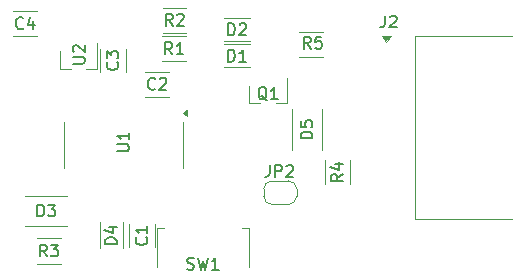
<source format=gbr>
%TF.GenerationSoftware,KiCad,Pcbnew,9.0.0*%
%TF.CreationDate,2025-04-18T15:14:14+05:30*%
%TF.ProjectId,FTDI-UPDI-CH340-Type-c-auto,46544449-2d55-4504-9449-2d4348333430,rev?*%
%TF.SameCoordinates,Original*%
%TF.FileFunction,Legend,Top*%
%TF.FilePolarity,Positive*%
%FSLAX46Y46*%
G04 Gerber Fmt 4.6, Leading zero omitted, Abs format (unit mm)*
G04 Created by KiCad (PCBNEW 9.0.0) date 2025-04-18 15:14:14*
%MOMM*%
%LPD*%
G01*
G04 APERTURE LIST*
%ADD10C,0.150000*%
%ADD11C,0.100000*%
%ADD12C,0.120000*%
G04 APERTURE END LIST*
D10*
X158015839Y-87084819D02*
X158015839Y-87799104D01*
X158015839Y-87799104D02*
X157968220Y-87941961D01*
X157968220Y-87941961D02*
X157872982Y-88037200D01*
X157872982Y-88037200D02*
X157730125Y-88084819D01*
X157730125Y-88084819D02*
X157634887Y-88084819D01*
X158444411Y-87180057D02*
X158492030Y-87132438D01*
X158492030Y-87132438D02*
X158587268Y-87084819D01*
X158587268Y-87084819D02*
X158825363Y-87084819D01*
X158825363Y-87084819D02*
X158920601Y-87132438D01*
X158920601Y-87132438D02*
X158968220Y-87180057D01*
X158968220Y-87180057D02*
X159015839Y-87275295D01*
X159015839Y-87275295D02*
X159015839Y-87370533D01*
X159015839Y-87370533D02*
X158968220Y-87513390D01*
X158968220Y-87513390D02*
X158396792Y-88084819D01*
X158396792Y-88084819D02*
X159015839Y-88084819D01*
X137809108Y-105864611D02*
X137856728Y-105912230D01*
X137856728Y-105912230D02*
X137904347Y-106055087D01*
X137904347Y-106055087D02*
X137904347Y-106150325D01*
X137904347Y-106150325D02*
X137856728Y-106293182D01*
X137856728Y-106293182D02*
X137761489Y-106388420D01*
X137761489Y-106388420D02*
X137666251Y-106436039D01*
X137666251Y-106436039D02*
X137475775Y-106483658D01*
X137475775Y-106483658D02*
X137332918Y-106483658D01*
X137332918Y-106483658D02*
X137142442Y-106436039D01*
X137142442Y-106436039D02*
X137047204Y-106388420D01*
X137047204Y-106388420D02*
X136951966Y-106293182D01*
X136951966Y-106293182D02*
X136904347Y-106150325D01*
X136904347Y-106150325D02*
X136904347Y-106055087D01*
X136904347Y-106055087D02*
X136951966Y-105912230D01*
X136951966Y-105912230D02*
X136999585Y-105864611D01*
X137904347Y-104912230D02*
X137904347Y-105483658D01*
X137904347Y-105197944D02*
X136904347Y-105197944D01*
X136904347Y-105197944D02*
X137047204Y-105293182D01*
X137047204Y-105293182D02*
X137142442Y-105388420D01*
X137142442Y-105388420D02*
X137190061Y-105483658D01*
X138569800Y-93258774D02*
X138522181Y-93306394D01*
X138522181Y-93306394D02*
X138379324Y-93354013D01*
X138379324Y-93354013D02*
X138284086Y-93354013D01*
X138284086Y-93354013D02*
X138141229Y-93306394D01*
X138141229Y-93306394D02*
X138045991Y-93211155D01*
X138045991Y-93211155D02*
X137998372Y-93115917D01*
X137998372Y-93115917D02*
X137950753Y-92925441D01*
X137950753Y-92925441D02*
X137950753Y-92782584D01*
X137950753Y-92782584D02*
X137998372Y-92592108D01*
X137998372Y-92592108D02*
X138045991Y-92496870D01*
X138045991Y-92496870D02*
X138141229Y-92401632D01*
X138141229Y-92401632D02*
X138284086Y-92354013D01*
X138284086Y-92354013D02*
X138379324Y-92354013D01*
X138379324Y-92354013D02*
X138522181Y-92401632D01*
X138522181Y-92401632D02*
X138569800Y-92449251D01*
X138950753Y-92449251D02*
X138998372Y-92401632D01*
X138998372Y-92401632D02*
X139093610Y-92354013D01*
X139093610Y-92354013D02*
X139331705Y-92354013D01*
X139331705Y-92354013D02*
X139426943Y-92401632D01*
X139426943Y-92401632D02*
X139474562Y-92449251D01*
X139474562Y-92449251D02*
X139522181Y-92544489D01*
X139522181Y-92544489D02*
X139522181Y-92639727D01*
X139522181Y-92639727D02*
X139474562Y-92782584D01*
X139474562Y-92782584D02*
X138903134Y-93354013D01*
X138903134Y-93354013D02*
X139522181Y-93354013D01*
X129392299Y-107474099D02*
X129058966Y-106997908D01*
X128820871Y-107474099D02*
X128820871Y-106474099D01*
X128820871Y-106474099D02*
X129201823Y-106474099D01*
X129201823Y-106474099D02*
X129297061Y-106521718D01*
X129297061Y-106521718D02*
X129344680Y-106569337D01*
X129344680Y-106569337D02*
X129392299Y-106664575D01*
X129392299Y-106664575D02*
X129392299Y-106807432D01*
X129392299Y-106807432D02*
X129344680Y-106902670D01*
X129344680Y-106902670D02*
X129297061Y-106950289D01*
X129297061Y-106950289D02*
X129201823Y-106997908D01*
X129201823Y-106997908D02*
X128820871Y-106997908D01*
X129725633Y-106474099D02*
X130344680Y-106474099D01*
X130344680Y-106474099D02*
X130011347Y-106855051D01*
X130011347Y-106855051D02*
X130154204Y-106855051D01*
X130154204Y-106855051D02*
X130249442Y-106902670D01*
X130249442Y-106902670D02*
X130297061Y-106950289D01*
X130297061Y-106950289D02*
X130344680Y-107045527D01*
X130344680Y-107045527D02*
X130344680Y-107283622D01*
X130344680Y-107283622D02*
X130297061Y-107378860D01*
X130297061Y-107378860D02*
X130249442Y-107426480D01*
X130249442Y-107426480D02*
X130154204Y-107474099D01*
X130154204Y-107474099D02*
X129868490Y-107474099D01*
X129868490Y-107474099D02*
X129773252Y-107426480D01*
X129773252Y-107426480D02*
X129725633Y-107378860D01*
X139997448Y-90344112D02*
X139664115Y-89867921D01*
X139426020Y-90344112D02*
X139426020Y-89344112D01*
X139426020Y-89344112D02*
X139806972Y-89344112D01*
X139806972Y-89344112D02*
X139902210Y-89391731D01*
X139902210Y-89391731D02*
X139949829Y-89439350D01*
X139949829Y-89439350D02*
X139997448Y-89534588D01*
X139997448Y-89534588D02*
X139997448Y-89677445D01*
X139997448Y-89677445D02*
X139949829Y-89772683D01*
X139949829Y-89772683D02*
X139902210Y-89820302D01*
X139902210Y-89820302D02*
X139806972Y-89867921D01*
X139806972Y-89867921D02*
X139426020Y-89867921D01*
X140949829Y-90344112D02*
X140378401Y-90344112D01*
X140664115Y-90344112D02*
X140664115Y-89344112D01*
X140664115Y-89344112D02*
X140568877Y-89486969D01*
X140568877Y-89486969D02*
X140473639Y-89582207D01*
X140473639Y-89582207D02*
X140378401Y-89629826D01*
X151878345Y-97485632D02*
X150878345Y-97485632D01*
X150878345Y-97485632D02*
X150878345Y-97247537D01*
X150878345Y-97247537D02*
X150925964Y-97104680D01*
X150925964Y-97104680D02*
X151021202Y-97009442D01*
X151021202Y-97009442D02*
X151116440Y-96961823D01*
X151116440Y-96961823D02*
X151306916Y-96914204D01*
X151306916Y-96914204D02*
X151449773Y-96914204D01*
X151449773Y-96914204D02*
X151640249Y-96961823D01*
X151640249Y-96961823D02*
X151735487Y-97009442D01*
X151735487Y-97009442D02*
X151830726Y-97104680D01*
X151830726Y-97104680D02*
X151878345Y-97247537D01*
X151878345Y-97247537D02*
X151878345Y-97485632D01*
X150878345Y-96009442D02*
X150878345Y-96485632D01*
X150878345Y-96485632D02*
X151354535Y-96533251D01*
X151354535Y-96533251D02*
X151306916Y-96485632D01*
X151306916Y-96485632D02*
X151259297Y-96390394D01*
X151259297Y-96390394D02*
X151259297Y-96152299D01*
X151259297Y-96152299D02*
X151306916Y-96057061D01*
X151306916Y-96057061D02*
X151354535Y-96009442D01*
X151354535Y-96009442D02*
X151449773Y-95961823D01*
X151449773Y-95961823D02*
X151687868Y-95961823D01*
X151687868Y-95961823D02*
X151783106Y-96009442D01*
X151783106Y-96009442D02*
X151830726Y-96057061D01*
X151830726Y-96057061D02*
X151878345Y-96152299D01*
X151878345Y-96152299D02*
X151878345Y-96390394D01*
X151878345Y-96390394D02*
X151830726Y-96485632D01*
X151830726Y-96485632D02*
X151783106Y-96533251D01*
X131598967Y-91150056D02*
X132408490Y-91150056D01*
X132408490Y-91150056D02*
X132503728Y-91102437D01*
X132503728Y-91102437D02*
X132551348Y-91054818D01*
X132551348Y-91054818D02*
X132598967Y-90959580D01*
X132598967Y-90959580D02*
X132598967Y-90769104D01*
X132598967Y-90769104D02*
X132551348Y-90673866D01*
X132551348Y-90673866D02*
X132503728Y-90626247D01*
X132503728Y-90626247D02*
X132408490Y-90578628D01*
X132408490Y-90578628D02*
X131598967Y-90578628D01*
X131694205Y-90150056D02*
X131646586Y-90102437D01*
X131646586Y-90102437D02*
X131598967Y-90007199D01*
X131598967Y-90007199D02*
X131598967Y-89769104D01*
X131598967Y-89769104D02*
X131646586Y-89673866D01*
X131646586Y-89673866D02*
X131694205Y-89626247D01*
X131694205Y-89626247D02*
X131789443Y-89578628D01*
X131789443Y-89578628D02*
X131884681Y-89578628D01*
X131884681Y-89578628D02*
X132027538Y-89626247D01*
X132027538Y-89626247D02*
X132598967Y-90197675D01*
X132598967Y-90197675D02*
X132598967Y-89578628D01*
X144741053Y-90971769D02*
X144741053Y-89971769D01*
X144741053Y-89971769D02*
X144979148Y-89971769D01*
X144979148Y-89971769D02*
X145122005Y-90019388D01*
X145122005Y-90019388D02*
X145217243Y-90114626D01*
X145217243Y-90114626D02*
X145264862Y-90209864D01*
X145264862Y-90209864D02*
X145312481Y-90400340D01*
X145312481Y-90400340D02*
X145312481Y-90543197D01*
X145312481Y-90543197D02*
X145264862Y-90733673D01*
X145264862Y-90733673D02*
X145217243Y-90828911D01*
X145217243Y-90828911D02*
X145122005Y-90924150D01*
X145122005Y-90924150D02*
X144979148Y-90971769D01*
X144979148Y-90971769D02*
X144741053Y-90971769D01*
X146264862Y-90971769D02*
X145693434Y-90971769D01*
X145979148Y-90971769D02*
X145979148Y-89971769D01*
X145979148Y-89971769D02*
X145883910Y-90114626D01*
X145883910Y-90114626D02*
X145788672Y-90209864D01*
X145788672Y-90209864D02*
X145693434Y-90257483D01*
X128596546Y-104087080D02*
X128596546Y-103087080D01*
X128596546Y-103087080D02*
X128834641Y-103087080D01*
X128834641Y-103087080D02*
X128977498Y-103134699D01*
X128977498Y-103134699D02*
X129072736Y-103229937D01*
X129072736Y-103229937D02*
X129120355Y-103325175D01*
X129120355Y-103325175D02*
X129167974Y-103515651D01*
X129167974Y-103515651D02*
X129167974Y-103658508D01*
X129167974Y-103658508D02*
X129120355Y-103848984D01*
X129120355Y-103848984D02*
X129072736Y-103944222D01*
X129072736Y-103944222D02*
X128977498Y-104039461D01*
X128977498Y-104039461D02*
X128834641Y-104087080D01*
X128834641Y-104087080D02*
X128596546Y-104087080D01*
X129501308Y-103087080D02*
X130120355Y-103087080D01*
X130120355Y-103087080D02*
X129787022Y-103468032D01*
X129787022Y-103468032D02*
X129929879Y-103468032D01*
X129929879Y-103468032D02*
X130025117Y-103515651D01*
X130025117Y-103515651D02*
X130072736Y-103563270D01*
X130072736Y-103563270D02*
X130120355Y-103658508D01*
X130120355Y-103658508D02*
X130120355Y-103896603D01*
X130120355Y-103896603D02*
X130072736Y-103991841D01*
X130072736Y-103991841D02*
X130025117Y-104039461D01*
X130025117Y-104039461D02*
X129929879Y-104087080D01*
X129929879Y-104087080D02*
X129644165Y-104087080D01*
X129644165Y-104087080D02*
X129548927Y-104039461D01*
X129548927Y-104039461D02*
X129501308Y-103991841D01*
X151721190Y-89877432D02*
X151387857Y-89401241D01*
X151149762Y-89877432D02*
X151149762Y-88877432D01*
X151149762Y-88877432D02*
X151530714Y-88877432D01*
X151530714Y-88877432D02*
X151625952Y-88925051D01*
X151625952Y-88925051D02*
X151673571Y-88972670D01*
X151673571Y-88972670D02*
X151721190Y-89067908D01*
X151721190Y-89067908D02*
X151721190Y-89210765D01*
X151721190Y-89210765D02*
X151673571Y-89306003D01*
X151673571Y-89306003D02*
X151625952Y-89353622D01*
X151625952Y-89353622D02*
X151530714Y-89401241D01*
X151530714Y-89401241D02*
X151149762Y-89401241D01*
X152625952Y-88877432D02*
X152149762Y-88877432D01*
X152149762Y-88877432D02*
X152102143Y-89353622D01*
X152102143Y-89353622D02*
X152149762Y-89306003D01*
X152149762Y-89306003D02*
X152245000Y-89258384D01*
X152245000Y-89258384D02*
X152483095Y-89258384D01*
X152483095Y-89258384D02*
X152578333Y-89306003D01*
X152578333Y-89306003D02*
X152625952Y-89353622D01*
X152625952Y-89353622D02*
X152673571Y-89448860D01*
X152673571Y-89448860D02*
X152673571Y-89686955D01*
X152673571Y-89686955D02*
X152625952Y-89782193D01*
X152625952Y-89782193D02*
X152578333Y-89829813D01*
X152578333Y-89829813D02*
X152483095Y-89877432D01*
X152483095Y-89877432D02*
X152245000Y-89877432D01*
X152245000Y-89877432D02*
X152149762Y-89829813D01*
X152149762Y-89829813D02*
X152102143Y-89782193D01*
X140041496Y-87921464D02*
X139708163Y-87445273D01*
X139470068Y-87921464D02*
X139470068Y-86921464D01*
X139470068Y-86921464D02*
X139851020Y-86921464D01*
X139851020Y-86921464D02*
X139946258Y-86969083D01*
X139946258Y-86969083D02*
X139993877Y-87016702D01*
X139993877Y-87016702D02*
X140041496Y-87111940D01*
X140041496Y-87111940D02*
X140041496Y-87254797D01*
X140041496Y-87254797D02*
X139993877Y-87350035D01*
X139993877Y-87350035D02*
X139946258Y-87397654D01*
X139946258Y-87397654D02*
X139851020Y-87445273D01*
X139851020Y-87445273D02*
X139470068Y-87445273D01*
X140422449Y-87016702D02*
X140470068Y-86969083D01*
X140470068Y-86969083D02*
X140565306Y-86921464D01*
X140565306Y-86921464D02*
X140803401Y-86921464D01*
X140803401Y-86921464D02*
X140898639Y-86969083D01*
X140898639Y-86969083D02*
X140946258Y-87016702D01*
X140946258Y-87016702D02*
X140993877Y-87111940D01*
X140993877Y-87111940D02*
X140993877Y-87207178D01*
X140993877Y-87207178D02*
X140946258Y-87350035D01*
X140946258Y-87350035D02*
X140374830Y-87921464D01*
X140374830Y-87921464D02*
X140993877Y-87921464D01*
X141264469Y-108531711D02*
X141407326Y-108579330D01*
X141407326Y-108579330D02*
X141645421Y-108579330D01*
X141645421Y-108579330D02*
X141740659Y-108531711D01*
X141740659Y-108531711D02*
X141788278Y-108484091D01*
X141788278Y-108484091D02*
X141835897Y-108388853D01*
X141835897Y-108388853D02*
X141835897Y-108293615D01*
X141835897Y-108293615D02*
X141788278Y-108198377D01*
X141788278Y-108198377D02*
X141740659Y-108150758D01*
X141740659Y-108150758D02*
X141645421Y-108103139D01*
X141645421Y-108103139D02*
X141454945Y-108055520D01*
X141454945Y-108055520D02*
X141359707Y-108007901D01*
X141359707Y-108007901D02*
X141312088Y-107960282D01*
X141312088Y-107960282D02*
X141264469Y-107865044D01*
X141264469Y-107865044D02*
X141264469Y-107769806D01*
X141264469Y-107769806D02*
X141312088Y-107674568D01*
X141312088Y-107674568D02*
X141359707Y-107626949D01*
X141359707Y-107626949D02*
X141454945Y-107579330D01*
X141454945Y-107579330D02*
X141693040Y-107579330D01*
X141693040Y-107579330D02*
X141835897Y-107626949D01*
X142169231Y-107579330D02*
X142407326Y-108579330D01*
X142407326Y-108579330D02*
X142597802Y-107865044D01*
X142597802Y-107865044D02*
X142788278Y-108579330D01*
X142788278Y-108579330D02*
X143026374Y-107579330D01*
X143931135Y-108579330D02*
X143359707Y-108579330D01*
X143645421Y-108579330D02*
X143645421Y-107579330D01*
X143645421Y-107579330D02*
X143550183Y-107722187D01*
X143550183Y-107722187D02*
X143454945Y-107817425D01*
X143454945Y-107817425D02*
X143359707Y-107865044D01*
X127378367Y-88134507D02*
X127330748Y-88182127D01*
X127330748Y-88182127D02*
X127187891Y-88229746D01*
X127187891Y-88229746D02*
X127092653Y-88229746D01*
X127092653Y-88229746D02*
X126949796Y-88182127D01*
X126949796Y-88182127D02*
X126854558Y-88086888D01*
X126854558Y-88086888D02*
X126806939Y-87991650D01*
X126806939Y-87991650D02*
X126759320Y-87801174D01*
X126759320Y-87801174D02*
X126759320Y-87658317D01*
X126759320Y-87658317D02*
X126806939Y-87467841D01*
X126806939Y-87467841D02*
X126854558Y-87372603D01*
X126854558Y-87372603D02*
X126949796Y-87277365D01*
X126949796Y-87277365D02*
X127092653Y-87229746D01*
X127092653Y-87229746D02*
X127187891Y-87229746D01*
X127187891Y-87229746D02*
X127330748Y-87277365D01*
X127330748Y-87277365D02*
X127378367Y-87324984D01*
X128235510Y-87563079D02*
X128235510Y-88229746D01*
X127997415Y-87182127D02*
X127759320Y-87896412D01*
X127759320Y-87896412D02*
X128378367Y-87896412D01*
X135299123Y-106436039D02*
X134299123Y-106436039D01*
X134299123Y-106436039D02*
X134299123Y-106197944D01*
X134299123Y-106197944D02*
X134346742Y-106055087D01*
X134346742Y-106055087D02*
X134441980Y-105959849D01*
X134441980Y-105959849D02*
X134537218Y-105912230D01*
X134537218Y-105912230D02*
X134727694Y-105864611D01*
X134727694Y-105864611D02*
X134870551Y-105864611D01*
X134870551Y-105864611D02*
X135061027Y-105912230D01*
X135061027Y-105912230D02*
X135156265Y-105959849D01*
X135156265Y-105959849D02*
X135251504Y-106055087D01*
X135251504Y-106055087D02*
X135299123Y-106197944D01*
X135299123Y-106197944D02*
X135299123Y-106436039D01*
X134632456Y-105007468D02*
X135299123Y-105007468D01*
X134251504Y-105245563D02*
X134965789Y-105483658D01*
X134965789Y-105483658D02*
X134965789Y-104864611D01*
X154430541Y-100494160D02*
X153954350Y-100827493D01*
X154430541Y-101065588D02*
X153430541Y-101065588D01*
X153430541Y-101065588D02*
X153430541Y-100684636D01*
X153430541Y-100684636D02*
X153478160Y-100589398D01*
X153478160Y-100589398D02*
X153525779Y-100541779D01*
X153525779Y-100541779D02*
X153621017Y-100494160D01*
X153621017Y-100494160D02*
X153763874Y-100494160D01*
X153763874Y-100494160D02*
X153859112Y-100541779D01*
X153859112Y-100541779D02*
X153906731Y-100589398D01*
X153906731Y-100589398D02*
X153954350Y-100684636D01*
X153954350Y-100684636D02*
X153954350Y-101065588D01*
X153763874Y-99637017D02*
X154430541Y-99637017D01*
X153382922Y-99875112D02*
X154097207Y-100113207D01*
X154097207Y-100113207D02*
X154097207Y-99494160D01*
X135344819Y-98557509D02*
X136154342Y-98557509D01*
X136154342Y-98557509D02*
X136249580Y-98509890D01*
X136249580Y-98509890D02*
X136297200Y-98462271D01*
X136297200Y-98462271D02*
X136344819Y-98367033D01*
X136344819Y-98367033D02*
X136344819Y-98176557D01*
X136344819Y-98176557D02*
X136297200Y-98081319D01*
X136297200Y-98081319D02*
X136249580Y-98033700D01*
X136249580Y-98033700D02*
X136154342Y-97986081D01*
X136154342Y-97986081D02*
X135344819Y-97986081D01*
X136344819Y-96986081D02*
X136344819Y-97557509D01*
X136344819Y-97271795D02*
X135344819Y-97271795D01*
X135344819Y-97271795D02*
X135487676Y-97367033D01*
X135487676Y-97367033D02*
X135582914Y-97462271D01*
X135582914Y-97462271D02*
X135630533Y-97557509D01*
X148251336Y-99725180D02*
X148251336Y-100439465D01*
X148251336Y-100439465D02*
X148203717Y-100582322D01*
X148203717Y-100582322D02*
X148108479Y-100677561D01*
X148108479Y-100677561D02*
X147965622Y-100725180D01*
X147965622Y-100725180D02*
X147870384Y-100725180D01*
X148727527Y-100725180D02*
X148727527Y-99725180D01*
X148727527Y-99725180D02*
X149108479Y-99725180D01*
X149108479Y-99725180D02*
X149203717Y-99772799D01*
X149203717Y-99772799D02*
X149251336Y-99820418D01*
X149251336Y-99820418D02*
X149298955Y-99915656D01*
X149298955Y-99915656D02*
X149298955Y-100058513D01*
X149298955Y-100058513D02*
X149251336Y-100153751D01*
X149251336Y-100153751D02*
X149203717Y-100201370D01*
X149203717Y-100201370D02*
X149108479Y-100248989D01*
X149108479Y-100248989D02*
X148727527Y-100248989D01*
X149679908Y-99820418D02*
X149727527Y-99772799D01*
X149727527Y-99772799D02*
X149822765Y-99725180D01*
X149822765Y-99725180D02*
X150060860Y-99725180D01*
X150060860Y-99725180D02*
X150156098Y-99772799D01*
X150156098Y-99772799D02*
X150203717Y-99820418D01*
X150203717Y-99820418D02*
X150251336Y-99915656D01*
X150251336Y-99915656D02*
X150251336Y-100010894D01*
X150251336Y-100010894D02*
X150203717Y-100153751D01*
X150203717Y-100153751D02*
X149632289Y-100725180D01*
X149632289Y-100725180D02*
X150251336Y-100725180D01*
X135355927Y-91039536D02*
X135403547Y-91087155D01*
X135403547Y-91087155D02*
X135451166Y-91230012D01*
X135451166Y-91230012D02*
X135451166Y-91325250D01*
X135451166Y-91325250D02*
X135403547Y-91468107D01*
X135403547Y-91468107D02*
X135308308Y-91563345D01*
X135308308Y-91563345D02*
X135213070Y-91610964D01*
X135213070Y-91610964D02*
X135022594Y-91658583D01*
X135022594Y-91658583D02*
X134879737Y-91658583D01*
X134879737Y-91658583D02*
X134689261Y-91610964D01*
X134689261Y-91610964D02*
X134594023Y-91563345D01*
X134594023Y-91563345D02*
X134498785Y-91468107D01*
X134498785Y-91468107D02*
X134451166Y-91325250D01*
X134451166Y-91325250D02*
X134451166Y-91230012D01*
X134451166Y-91230012D02*
X134498785Y-91087155D01*
X134498785Y-91087155D02*
X134546404Y-91039536D01*
X134451166Y-90706202D02*
X134451166Y-90087155D01*
X134451166Y-90087155D02*
X134832118Y-90420488D01*
X134832118Y-90420488D02*
X134832118Y-90277631D01*
X134832118Y-90277631D02*
X134879737Y-90182393D01*
X134879737Y-90182393D02*
X134927356Y-90134774D01*
X134927356Y-90134774D02*
X135022594Y-90087155D01*
X135022594Y-90087155D02*
X135260689Y-90087155D01*
X135260689Y-90087155D02*
X135355927Y-90134774D01*
X135355927Y-90134774D02*
X135403547Y-90182393D01*
X135403547Y-90182393D02*
X135451166Y-90277631D01*
X135451166Y-90277631D02*
X135451166Y-90563345D01*
X135451166Y-90563345D02*
X135403547Y-90658583D01*
X135403547Y-90658583D02*
X135355927Y-90706202D01*
X144755516Y-88740106D02*
X144755516Y-87740106D01*
X144755516Y-87740106D02*
X144993611Y-87740106D01*
X144993611Y-87740106D02*
X145136468Y-87787725D01*
X145136468Y-87787725D02*
X145231706Y-87882963D01*
X145231706Y-87882963D02*
X145279325Y-87978201D01*
X145279325Y-87978201D02*
X145326944Y-88168677D01*
X145326944Y-88168677D02*
X145326944Y-88311534D01*
X145326944Y-88311534D02*
X145279325Y-88502010D01*
X145279325Y-88502010D02*
X145231706Y-88597248D01*
X145231706Y-88597248D02*
X145136468Y-88692487D01*
X145136468Y-88692487D02*
X144993611Y-88740106D01*
X144993611Y-88740106D02*
X144755516Y-88740106D01*
X145707897Y-87835344D02*
X145755516Y-87787725D01*
X145755516Y-87787725D02*
X145850754Y-87740106D01*
X145850754Y-87740106D02*
X146088849Y-87740106D01*
X146088849Y-87740106D02*
X146184087Y-87787725D01*
X146184087Y-87787725D02*
X146231706Y-87835344D01*
X146231706Y-87835344D02*
X146279325Y-87930582D01*
X146279325Y-87930582D02*
X146279325Y-88025820D01*
X146279325Y-88025820D02*
X146231706Y-88168677D01*
X146231706Y-88168677D02*
X145660278Y-88740106D01*
X145660278Y-88740106D02*
X146279325Y-88740106D01*
X148035510Y-94251675D02*
X147940272Y-94204056D01*
X147940272Y-94204056D02*
X147845034Y-94108818D01*
X147845034Y-94108818D02*
X147702177Y-93965960D01*
X147702177Y-93965960D02*
X147606939Y-93918341D01*
X147606939Y-93918341D02*
X147511701Y-93918341D01*
X147559320Y-94156437D02*
X147464082Y-94108818D01*
X147464082Y-94108818D02*
X147368844Y-94013579D01*
X147368844Y-94013579D02*
X147321225Y-93823103D01*
X147321225Y-93823103D02*
X147321225Y-93489770D01*
X147321225Y-93489770D02*
X147368844Y-93299294D01*
X147368844Y-93299294D02*
X147464082Y-93204056D01*
X147464082Y-93204056D02*
X147559320Y-93156437D01*
X147559320Y-93156437D02*
X147749796Y-93156437D01*
X147749796Y-93156437D02*
X147845034Y-93204056D01*
X147845034Y-93204056D02*
X147940272Y-93299294D01*
X147940272Y-93299294D02*
X147987891Y-93489770D01*
X147987891Y-93489770D02*
X147987891Y-93823103D01*
X147987891Y-93823103D02*
X147940272Y-94013579D01*
X147940272Y-94013579D02*
X147845034Y-94108818D01*
X147845034Y-94108818D02*
X147749796Y-94156437D01*
X147749796Y-94156437D02*
X147559320Y-94156437D01*
X148940272Y-94156437D02*
X148368844Y-94156437D01*
X148654558Y-94156437D02*
X148654558Y-93156437D01*
X148654558Y-93156437D02*
X148559320Y-93299294D01*
X148559320Y-93299294D02*
X148464082Y-93394532D01*
X148464082Y-93394532D02*
X148368844Y-93442151D01*
D11*
%TO.C,J2*%
X160528000Y-88773000D02*
X160528000Y-104267000D01*
X160528000Y-104267000D02*
X168783000Y-104267000D01*
X168783000Y-88773000D02*
X160528000Y-88773000D01*
X158115000Y-89281000D02*
X157734000Y-88773000D01*
X158496000Y-88773000D01*
X158115000Y-89281000D01*
G36*
X158115000Y-89281000D02*
G01*
X157734000Y-88773000D01*
X158496000Y-88773000D01*
X158115000Y-89281000D01*
G37*
D12*
%TO.C,C1*%
X136379528Y-106697945D02*
X136379528Y-104697945D01*
X138519528Y-104697945D02*
X138519528Y-106697945D01*
%TO.C,C2*%
X137736467Y-91829194D02*
X139736467Y-91829194D01*
X139736467Y-93969194D02*
X137736467Y-93969194D01*
%TO.C,R3*%
X128558966Y-105949280D02*
X130558966Y-105949280D01*
X130558966Y-108089280D02*
X128558966Y-108089280D01*
%TO.C,R1*%
X139164115Y-88819293D02*
X141164115Y-88819293D01*
X141164115Y-90959293D02*
X139164115Y-90959293D01*
%TO.C,D5*%
X150173526Y-94997538D02*
X150173526Y-98497538D01*
X152673526Y-94997538D02*
X152673526Y-98497538D01*
%TO.C,U2*%
X130467631Y-91570605D02*
X130467631Y-90110605D01*
X130467631Y-91570605D02*
X131397631Y-91570605D01*
X133627631Y-91570605D02*
X132697631Y-91570605D01*
X133627631Y-91570605D02*
X133627631Y-89410605D01*
%TO.C,D1*%
X146579148Y-89516950D02*
X144379148Y-89516950D01*
X146579148Y-91466950D02*
X144379148Y-91466950D01*
%TO.C,D3*%
X131084641Y-102382261D02*
X127584641Y-102382261D01*
X131084641Y-104882261D02*
X127584641Y-104882261D01*
%TO.C,R5*%
X150765000Y-88465000D02*
X152765000Y-88465000D01*
X152765000Y-90605000D02*
X150765000Y-90605000D01*
%TO.C,R2*%
X139208163Y-86396645D02*
X141208163Y-86396645D01*
X141208163Y-88536645D02*
X139208163Y-88536645D01*
%TO.C,SW1*%
X138697802Y-105054511D02*
X138697802Y-108354511D01*
X138697802Y-105054511D02*
X139297802Y-105054511D01*
X146497802Y-105054511D02*
X145897802Y-105054511D01*
X146497802Y-108354511D02*
X146497802Y-105054511D01*
%TO.C,C4*%
X126545034Y-86704927D02*
X128545034Y-86704927D01*
X128545034Y-88844927D02*
X126545034Y-88844927D01*
%TO.C,D4*%
X133894304Y-106797945D02*
X133894304Y-104597945D01*
X135844304Y-106797945D02*
X135844304Y-104597945D01*
%TO.C,R4*%
X152905722Y-101327494D02*
X152905722Y-99327494D01*
X155045722Y-99327494D02*
X155045722Y-101327494D01*
%TO.C,U1*%
X130830000Y-98020001D02*
X130830000Y-96070001D01*
X130830000Y-98020001D02*
X130830000Y-99970001D01*
X140950000Y-98020001D02*
X140950000Y-96070001D01*
X140950000Y-98020001D02*
X140950000Y-99970001D01*
X141225000Y-95560001D02*
X140895000Y-95320001D01*
X141225000Y-95080001D01*
X141225000Y-95560001D01*
G36*
X141225000Y-95560001D02*
G01*
X140895000Y-95320001D01*
X141225000Y-95080001D01*
X141225000Y-95560001D01*
G37*
%TO.C,JP2*%
X147748818Y-102370361D02*
X147748818Y-101770361D01*
X148448818Y-101070361D02*
X149848818Y-101070361D01*
X149848818Y-103070361D02*
X148448818Y-103070361D01*
X150548818Y-101770361D02*
X150548818Y-102370361D01*
X147748818Y-101770361D02*
G75*
G02*
X148448818Y-101070361I699999J1D01*
G01*
X148448818Y-103070361D02*
G75*
G02*
X147748818Y-102370361I-1J699999D01*
G01*
X149848818Y-101070361D02*
G75*
G02*
X150548818Y-101770361I0J-700000D01*
G01*
X150548818Y-102370361D02*
G75*
G02*
X149848818Y-103070361I-700000J0D01*
G01*
%TO.C,C3*%
X133926347Y-91872870D02*
X133926347Y-89872870D01*
X136066347Y-89872870D02*
X136066347Y-91872870D01*
%TO.C,D2*%
X146593611Y-87285287D02*
X144393611Y-87285287D01*
X146593611Y-89235287D02*
X144393611Y-89235287D01*
%TO.C,Q1*%
X146542144Y-94486400D02*
X146542144Y-93026400D01*
X146542144Y-94486400D02*
X147472144Y-94486400D01*
X149702144Y-94486400D02*
X148772144Y-94486400D01*
X149702144Y-94486400D02*
X149702144Y-92326400D01*
%TD*%
M02*

</source>
